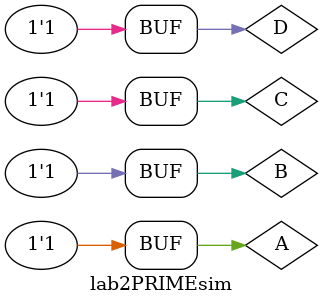
<source format=v>
`timescale 1ns / 1ps


module lab2PRIMEsim(

    );
    
    reg A, B, C, D;
    wire P;
    
    lab2PRIME dut(.N3(A),.N2(B),.N1(C),.N0(D),.P(P));
    initial
    begin
    
    // 0000
    A = 0;
    B = 0;
    C = 0;
    D = 0;
    #10;
    
    //0001
    A = 0;
    B = 0;
    C = 0;
    D = 1;
      #10;  
    
    //0010
    A = 0;
    B = 0;
    C = 1;
    D = 0;
      #10;
    
    //0011
    A = 0;
    B = 0;
    C = 1;
    D = 1;
      #10;
    
    
    //0100
    A = 0;
    B = 1;
    C = 0;
    D = 0;
      #10;
    
    //0101
    A = 0;
    B = 1;
    C = 0;
    D = 1;
      #10;
      
    //0110
    A = 0;
    B = 1;
    C = 1;
    D = 0;
      #10;
    
    //0111
    A = 0;
    B = 1;
    C = 1;
    D = 1;
      #10;
    
    //1000
    A = 1;
    B = 0;
    C = 0;
    D = 0;
      #10;
      
      
    A = 1;
    B = 0;
    C = 0;
    D = 1;
      #10;
      
      
    //1010
    A = 1;
    B = 0;
    C = 1;
    D = 0;
      #10;
      
    //1011
    A = 1;
    B = 0;
    C = 1;
    D = 1;
      #10;
    
    //1100
    A = 1;
    B = 1;
    C = 0;
    D = 0;
      #10;
      
    //1101 
    A = 1;
    B = 1;
    C = 0;
    D = 1;
      #10;
      
    //1110 
    A = 1;
    B = 1;
    C = 1;
    D = 0;
      #10;
    
    
    //1111
    A = 1;
    B = 1;
    C = 1;
    D = 1;
      #10;   
    end
    
endmodule

</source>
